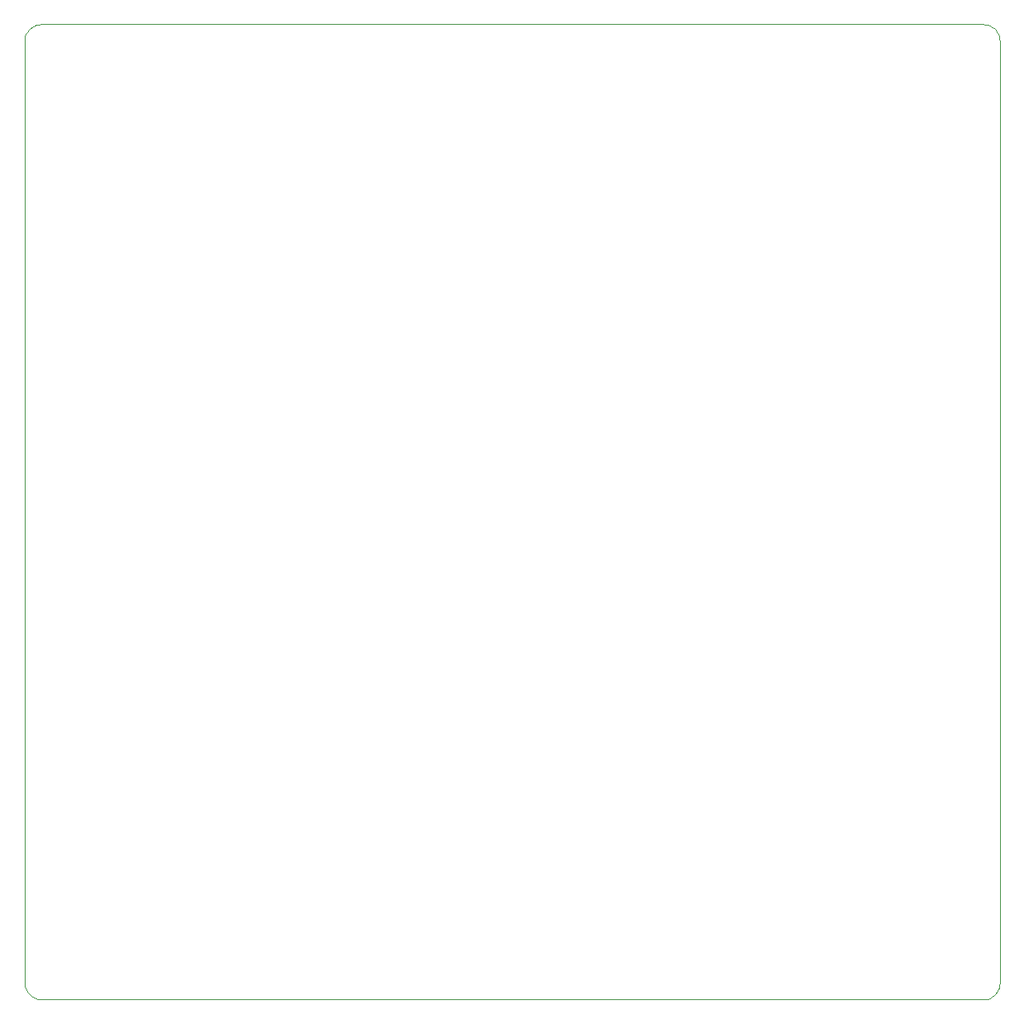
<source format=gm1>
G04*
G04 #@! TF.GenerationSoftware,Altium Limited,Altium Designer,23.9.2 (47)*
G04*
G04 Layer_Color=16711935*
%FSLAX25Y25*%
%MOIN*%
G70*
G04*
G04 #@! TF.SameCoordinates,401BA282-0259-4254-8BD1-40EFBEC8EFAA*
G04*
G04*
G04 #@! TF.FilePolarity,Positive*
G04*
G01*
G75*
%ADD11C,0.00039*%
D11*
X-196831Y-189931D02*
X-196760Y-190913D01*
X-196551Y-191875D01*
X-196207Y-192797D01*
X-195735Y-193661D01*
X-195145Y-194449D01*
X-194449Y-195145D01*
X-193661Y-195735D01*
X-192797Y-196207D01*
X-191875Y-196551D01*
X-190913Y-196760D01*
X-189931Y-196831D01*
X189950Y-196850D02*
X190932Y-196780D01*
X191894Y-196571D01*
X192817Y-196227D01*
X193681Y-195755D01*
X194469Y-195165D01*
X195165Y-194469D01*
X195755Y-193681D01*
X196227Y-192817D01*
X196571Y-191894D01*
X196780Y-190932D01*
X196850Y-189950D01*
Y189950D02*
X196780Y190932D01*
X196571Y191894D01*
X196227Y192817D01*
X195755Y193681D01*
X195165Y194469D01*
X194469Y195165D01*
X193681Y195755D01*
X192817Y196227D01*
X191894Y196571D01*
X190932Y196780D01*
X189950Y196850D01*
X-189950D02*
X-190932Y196780D01*
X-191894Y196571D01*
X-192817Y196227D01*
X-193681Y195755D01*
X-194469Y195165D01*
X-195165Y194469D01*
X-195755Y193681D01*
X-196227Y192817D01*
X-196571Y191894D01*
X-196780Y190932D01*
X-196850Y189950D01*
Y-189950D02*
Y189950D01*
X-189931Y-196850D02*
X189950Y-196850D01*
X196850Y-189950D02*
X196850Y189950D01*
X-189950Y196850D02*
X189950Y196850D01*
M02*

</source>
